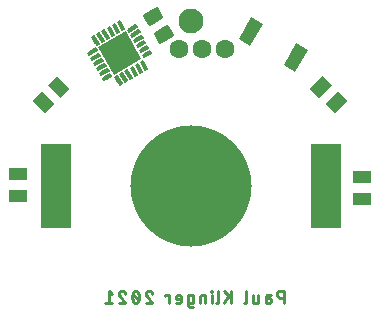
<source format=gbs>
G04 EAGLE Gerber RS-274X export*
G75*
%MOMM*%
%FSLAX34Y34*%
%LPD*%
%INBottom Solder Mask*%
%IPPOS*%
%AMOC8*
5,1,8,0,0,1.08239X$1,22.5*%
G01*
G04 Define Apertures*
%ADD10C,2.101600*%
%ADD11C,0.254000*%
%ADD12R,2.641600X7.101600*%
%ADD13C,10.261600*%
%ADD14R,1.521800X1.132800*%
%ADD15R,1.132800X1.521800*%
%ADD16C,0.166334*%
%ADD17R,2.701600X2.701600*%
%ADD18R,2.101600X1.151600*%
%ADD19C,0.357631*%
%ADD20C,1.601600*%
D10*
X0Y140000D03*
D11*
X78730Y-88570D02*
X78730Y-98730D01*
X78730Y-88570D02*
X75908Y-88570D01*
X75802Y-88572D01*
X75697Y-88578D01*
X75592Y-88588D01*
X75487Y-88602D01*
X75383Y-88619D01*
X75280Y-88641D01*
X75178Y-88666D01*
X75076Y-88695D01*
X74976Y-88728D01*
X74877Y-88765D01*
X74780Y-88805D01*
X74684Y-88849D01*
X74589Y-88897D01*
X74497Y-88948D01*
X74407Y-89003D01*
X74318Y-89060D01*
X74232Y-89121D01*
X74149Y-89186D01*
X74067Y-89253D01*
X73989Y-89323D01*
X73913Y-89397D01*
X73839Y-89473D01*
X73769Y-89551D01*
X73702Y-89633D01*
X73637Y-89716D01*
X73576Y-89802D01*
X73519Y-89891D01*
X73464Y-89981D01*
X73413Y-90073D01*
X73365Y-90168D01*
X73321Y-90264D01*
X73281Y-90361D01*
X73244Y-90460D01*
X73211Y-90560D01*
X73182Y-90662D01*
X73157Y-90764D01*
X73135Y-90867D01*
X73118Y-90971D01*
X73104Y-91076D01*
X73094Y-91181D01*
X73088Y-91286D01*
X73086Y-91392D01*
X73088Y-91498D01*
X73094Y-91603D01*
X73104Y-91708D01*
X73118Y-91813D01*
X73135Y-91917D01*
X73157Y-92020D01*
X73182Y-92122D01*
X73211Y-92224D01*
X73244Y-92324D01*
X73281Y-92423D01*
X73321Y-92520D01*
X73365Y-92616D01*
X73413Y-92711D01*
X73464Y-92803D01*
X73519Y-92893D01*
X73576Y-92982D01*
X73637Y-93068D01*
X73702Y-93151D01*
X73769Y-93233D01*
X73839Y-93311D01*
X73913Y-93387D01*
X73989Y-93461D01*
X74067Y-93531D01*
X74149Y-93598D01*
X74232Y-93663D01*
X74318Y-93724D01*
X74407Y-93781D01*
X74497Y-93836D01*
X74589Y-93887D01*
X74684Y-93935D01*
X74780Y-93979D01*
X74877Y-94019D01*
X74976Y-94056D01*
X75076Y-94089D01*
X75178Y-94118D01*
X75280Y-94143D01*
X75383Y-94165D01*
X75487Y-94182D01*
X75592Y-94196D01*
X75697Y-94206D01*
X75802Y-94212D01*
X75908Y-94214D01*
X78730Y-94214D01*
X66302Y-94779D02*
X63762Y-94779D01*
X66302Y-94778D02*
X66389Y-94780D01*
X66477Y-94786D01*
X66564Y-94795D01*
X66650Y-94809D01*
X66736Y-94826D01*
X66820Y-94847D01*
X66904Y-94872D01*
X66987Y-94901D01*
X67068Y-94933D01*
X67148Y-94968D01*
X67226Y-95007D01*
X67303Y-95050D01*
X67377Y-95096D01*
X67449Y-95145D01*
X67519Y-95197D01*
X67587Y-95253D01*
X67652Y-95311D01*
X67715Y-95372D01*
X67774Y-95436D01*
X67831Y-95503D01*
X67885Y-95571D01*
X67936Y-95643D01*
X67983Y-95716D01*
X68028Y-95791D01*
X68069Y-95869D01*
X68106Y-95948D01*
X68140Y-96028D01*
X68170Y-96110D01*
X68197Y-96193D01*
X68220Y-96278D01*
X68239Y-96363D01*
X68254Y-96449D01*
X68266Y-96536D01*
X68274Y-96623D01*
X68278Y-96710D01*
X68278Y-96798D01*
X68274Y-96885D01*
X68266Y-96972D01*
X68254Y-97059D01*
X68239Y-97145D01*
X68220Y-97230D01*
X68197Y-97315D01*
X68170Y-97398D01*
X68140Y-97480D01*
X68106Y-97560D01*
X68069Y-97639D01*
X68028Y-97717D01*
X67983Y-97792D01*
X67936Y-97865D01*
X67885Y-97937D01*
X67831Y-98005D01*
X67774Y-98072D01*
X67715Y-98136D01*
X67652Y-98197D01*
X67587Y-98255D01*
X67519Y-98311D01*
X67449Y-98363D01*
X67377Y-98412D01*
X67303Y-98458D01*
X67226Y-98501D01*
X67148Y-98540D01*
X67068Y-98575D01*
X66987Y-98607D01*
X66904Y-98636D01*
X66820Y-98661D01*
X66736Y-98682D01*
X66650Y-98699D01*
X66564Y-98713D01*
X66477Y-98722D01*
X66389Y-98728D01*
X66302Y-98730D01*
X63762Y-98730D01*
X63762Y-93650D01*
X63763Y-93650D02*
X63765Y-93569D01*
X63771Y-93489D01*
X63780Y-93409D01*
X63794Y-93330D01*
X63811Y-93251D01*
X63832Y-93173D01*
X63856Y-93096D01*
X63884Y-93021D01*
X63916Y-92947D01*
X63951Y-92874D01*
X63990Y-92804D01*
X64032Y-92735D01*
X64077Y-92668D01*
X64125Y-92603D01*
X64177Y-92541D01*
X64231Y-92482D01*
X64288Y-92425D01*
X64347Y-92371D01*
X64409Y-92319D01*
X64474Y-92271D01*
X64541Y-92226D01*
X64610Y-92184D01*
X64680Y-92145D01*
X64753Y-92110D01*
X64827Y-92078D01*
X64902Y-92050D01*
X64979Y-92026D01*
X65057Y-92005D01*
X65136Y-91988D01*
X65215Y-91974D01*
X65295Y-91965D01*
X65375Y-91959D01*
X65456Y-91957D01*
X67714Y-91957D01*
X57507Y-91957D02*
X57507Y-97037D01*
X57505Y-97118D01*
X57499Y-97198D01*
X57490Y-97278D01*
X57476Y-97357D01*
X57459Y-97436D01*
X57438Y-97514D01*
X57414Y-97591D01*
X57386Y-97666D01*
X57354Y-97740D01*
X57319Y-97813D01*
X57280Y-97883D01*
X57238Y-97952D01*
X57193Y-98019D01*
X57145Y-98084D01*
X57093Y-98146D01*
X57039Y-98205D01*
X56982Y-98262D01*
X56923Y-98316D01*
X56861Y-98368D01*
X56796Y-98416D01*
X56729Y-98461D01*
X56661Y-98503D01*
X56590Y-98542D01*
X56517Y-98577D01*
X56443Y-98609D01*
X56368Y-98637D01*
X56291Y-98661D01*
X56213Y-98682D01*
X56134Y-98699D01*
X56055Y-98713D01*
X55975Y-98722D01*
X55895Y-98728D01*
X55814Y-98730D01*
X52991Y-98730D01*
X52991Y-91957D01*
X47244Y-88570D02*
X47244Y-97037D01*
X47242Y-97118D01*
X47236Y-97198D01*
X47227Y-97278D01*
X47213Y-97357D01*
X47196Y-97436D01*
X47175Y-97514D01*
X47151Y-97591D01*
X47123Y-97666D01*
X47091Y-97740D01*
X47056Y-97813D01*
X47017Y-97883D01*
X46975Y-97952D01*
X46930Y-98019D01*
X46882Y-98084D01*
X46830Y-98146D01*
X46776Y-98205D01*
X46719Y-98262D01*
X46660Y-98316D01*
X46598Y-98368D01*
X46533Y-98416D01*
X46466Y-98461D01*
X46398Y-98503D01*
X46327Y-98542D01*
X46254Y-98577D01*
X46180Y-98609D01*
X46105Y-98637D01*
X46028Y-98661D01*
X45950Y-98682D01*
X45871Y-98699D01*
X45792Y-98713D01*
X45712Y-98722D01*
X45632Y-98728D01*
X45551Y-98730D01*
X34153Y-98730D02*
X34153Y-88570D01*
X28509Y-88570D02*
X34153Y-94779D01*
X31895Y-92521D02*
X28509Y-98730D01*
X23622Y-97037D02*
X23622Y-88570D01*
X23622Y-97037D02*
X23620Y-97118D01*
X23614Y-97198D01*
X23605Y-97278D01*
X23591Y-97357D01*
X23574Y-97436D01*
X23553Y-97514D01*
X23529Y-97591D01*
X23501Y-97666D01*
X23469Y-97740D01*
X23434Y-97813D01*
X23395Y-97883D01*
X23353Y-97952D01*
X23308Y-98019D01*
X23260Y-98084D01*
X23208Y-98146D01*
X23154Y-98205D01*
X23097Y-98262D01*
X23038Y-98316D01*
X22976Y-98368D01*
X22911Y-98416D01*
X22844Y-98461D01*
X22776Y-98503D01*
X22705Y-98542D01*
X22632Y-98577D01*
X22558Y-98609D01*
X22483Y-98637D01*
X22406Y-98661D01*
X22328Y-98682D01*
X22249Y-98699D01*
X22170Y-98713D01*
X22090Y-98722D01*
X22010Y-98728D01*
X21929Y-98730D01*
X17911Y-98730D02*
X17911Y-91957D01*
X18194Y-89134D02*
X18194Y-88570D01*
X17629Y-88570D01*
X17629Y-89134D01*
X18194Y-89134D01*
X12549Y-91957D02*
X12549Y-98730D01*
X12549Y-91957D02*
X9727Y-91957D01*
X9646Y-91959D01*
X9566Y-91965D01*
X9486Y-91974D01*
X9407Y-91988D01*
X9328Y-92005D01*
X9250Y-92026D01*
X9173Y-92050D01*
X9098Y-92078D01*
X9024Y-92110D01*
X8951Y-92145D01*
X8881Y-92184D01*
X8812Y-92226D01*
X8745Y-92271D01*
X8680Y-92319D01*
X8618Y-92371D01*
X8559Y-92425D01*
X8502Y-92482D01*
X8448Y-92541D01*
X8396Y-92603D01*
X8348Y-92668D01*
X8303Y-92735D01*
X8261Y-92804D01*
X8222Y-92874D01*
X8187Y-92947D01*
X8155Y-93021D01*
X8127Y-93096D01*
X8103Y-93173D01*
X8082Y-93251D01*
X8065Y-93330D01*
X8051Y-93409D01*
X8042Y-93489D01*
X8036Y-93569D01*
X8034Y-93650D01*
X8034Y-98730D01*
X672Y-98730D02*
X-2150Y-98730D01*
X672Y-98730D02*
X753Y-98728D01*
X833Y-98722D01*
X913Y-98713D01*
X992Y-98699D01*
X1071Y-98682D01*
X1149Y-98661D01*
X1226Y-98637D01*
X1301Y-98609D01*
X1375Y-98577D01*
X1448Y-98542D01*
X1519Y-98503D01*
X1587Y-98461D01*
X1654Y-98416D01*
X1719Y-98368D01*
X1781Y-98316D01*
X1840Y-98262D01*
X1897Y-98205D01*
X1951Y-98146D01*
X2003Y-98084D01*
X2051Y-98019D01*
X2096Y-97952D01*
X2138Y-97883D01*
X2177Y-97813D01*
X2212Y-97740D01*
X2244Y-97666D01*
X2272Y-97591D01*
X2296Y-97514D01*
X2317Y-97436D01*
X2334Y-97357D01*
X2348Y-97278D01*
X2357Y-97198D01*
X2363Y-97118D01*
X2365Y-97037D01*
X2365Y-93650D01*
X2363Y-93569D01*
X2357Y-93489D01*
X2348Y-93409D01*
X2334Y-93330D01*
X2317Y-93251D01*
X2296Y-93173D01*
X2272Y-93096D01*
X2244Y-93021D01*
X2212Y-92947D01*
X2177Y-92874D01*
X2138Y-92804D01*
X2096Y-92735D01*
X2051Y-92668D01*
X2003Y-92603D01*
X1951Y-92541D01*
X1897Y-92482D01*
X1840Y-92425D01*
X1781Y-92371D01*
X1719Y-92319D01*
X1654Y-92271D01*
X1587Y-92226D01*
X1518Y-92184D01*
X1448Y-92145D01*
X1375Y-92110D01*
X1301Y-92078D01*
X1226Y-92050D01*
X1149Y-92026D01*
X1071Y-92005D01*
X992Y-91988D01*
X913Y-91974D01*
X833Y-91965D01*
X753Y-91959D01*
X672Y-91957D01*
X-2150Y-91957D01*
X-2150Y-100423D01*
X-2148Y-100504D01*
X-2142Y-100584D01*
X-2133Y-100664D01*
X-2119Y-100743D01*
X-2102Y-100822D01*
X-2081Y-100900D01*
X-2057Y-100977D01*
X-2029Y-101052D01*
X-1997Y-101126D01*
X-1962Y-101199D01*
X-1923Y-101270D01*
X-1881Y-101338D01*
X-1836Y-101405D01*
X-1788Y-101470D01*
X-1736Y-101532D01*
X-1682Y-101591D01*
X-1625Y-101648D01*
X-1566Y-101702D01*
X-1504Y-101754D01*
X-1439Y-101802D01*
X-1372Y-101847D01*
X-1304Y-101889D01*
X-1233Y-101928D01*
X-1160Y-101963D01*
X-1086Y-101995D01*
X-1011Y-102023D01*
X-934Y-102047D01*
X-856Y-102068D01*
X-777Y-102085D01*
X-698Y-102099D01*
X-618Y-102108D01*
X-538Y-102114D01*
X-457Y-102116D01*
X-457Y-102117D02*
X1801Y-102117D01*
X-9718Y-98730D02*
X-12540Y-98730D01*
X-9718Y-98730D02*
X-9637Y-98728D01*
X-9557Y-98722D01*
X-9477Y-98713D01*
X-9398Y-98699D01*
X-9319Y-98682D01*
X-9241Y-98661D01*
X-9164Y-98637D01*
X-9089Y-98609D01*
X-9015Y-98577D01*
X-8942Y-98542D01*
X-8871Y-98503D01*
X-8803Y-98461D01*
X-8736Y-98416D01*
X-8671Y-98368D01*
X-8609Y-98316D01*
X-8550Y-98262D01*
X-8493Y-98205D01*
X-8439Y-98146D01*
X-8387Y-98084D01*
X-8339Y-98019D01*
X-8294Y-97952D01*
X-8252Y-97883D01*
X-8213Y-97813D01*
X-8178Y-97740D01*
X-8146Y-97666D01*
X-8118Y-97591D01*
X-8094Y-97514D01*
X-8073Y-97436D01*
X-8056Y-97357D01*
X-8042Y-97278D01*
X-8033Y-97198D01*
X-8027Y-97118D01*
X-8025Y-97037D01*
X-8025Y-94214D01*
X-8027Y-94121D01*
X-8033Y-94028D01*
X-8042Y-93935D01*
X-8056Y-93842D01*
X-8073Y-93751D01*
X-8094Y-93660D01*
X-8119Y-93570D01*
X-8147Y-93481D01*
X-8179Y-93393D01*
X-8215Y-93307D01*
X-8254Y-93222D01*
X-8297Y-93139D01*
X-8343Y-93058D01*
X-8393Y-92979D01*
X-8445Y-92902D01*
X-8501Y-92827D01*
X-8560Y-92755D01*
X-8622Y-92685D01*
X-8686Y-92617D01*
X-8754Y-92553D01*
X-8824Y-92491D01*
X-8896Y-92432D01*
X-8971Y-92376D01*
X-9048Y-92324D01*
X-9127Y-92274D01*
X-9208Y-92228D01*
X-9291Y-92185D01*
X-9376Y-92146D01*
X-9462Y-92110D01*
X-9550Y-92078D01*
X-9639Y-92050D01*
X-9729Y-92025D01*
X-9820Y-92004D01*
X-9911Y-91987D01*
X-10004Y-91973D01*
X-10097Y-91964D01*
X-10190Y-91958D01*
X-10283Y-91956D01*
X-10376Y-91958D01*
X-10469Y-91964D01*
X-10562Y-91973D01*
X-10655Y-91987D01*
X-10746Y-92004D01*
X-10837Y-92025D01*
X-10927Y-92050D01*
X-11016Y-92078D01*
X-11104Y-92110D01*
X-11190Y-92146D01*
X-11275Y-92185D01*
X-11358Y-92228D01*
X-11439Y-92274D01*
X-11518Y-92324D01*
X-11595Y-92376D01*
X-11670Y-92432D01*
X-11742Y-92491D01*
X-11812Y-92553D01*
X-11880Y-92617D01*
X-11944Y-92685D01*
X-12006Y-92755D01*
X-12065Y-92827D01*
X-12121Y-92902D01*
X-12173Y-92979D01*
X-12223Y-93058D01*
X-12269Y-93139D01*
X-12312Y-93222D01*
X-12351Y-93307D01*
X-12387Y-93393D01*
X-12419Y-93481D01*
X-12447Y-93570D01*
X-12472Y-93660D01*
X-12493Y-93751D01*
X-12510Y-93842D01*
X-12524Y-93935D01*
X-12533Y-94028D01*
X-12539Y-94121D01*
X-12541Y-94214D01*
X-12540Y-94214D02*
X-12540Y-95343D01*
X-8025Y-95343D01*
X-18428Y-98730D02*
X-18428Y-91957D01*
X-21815Y-91957D01*
X-21815Y-93086D01*
X-35330Y-88570D02*
X-35430Y-88572D01*
X-35529Y-88578D01*
X-35629Y-88588D01*
X-35727Y-88601D01*
X-35826Y-88619D01*
X-35923Y-88640D01*
X-36019Y-88665D01*
X-36115Y-88694D01*
X-36209Y-88727D01*
X-36302Y-88763D01*
X-36393Y-88803D01*
X-36483Y-88847D01*
X-36571Y-88894D01*
X-36657Y-88944D01*
X-36741Y-88998D01*
X-36823Y-89055D01*
X-36902Y-89115D01*
X-36980Y-89179D01*
X-37054Y-89245D01*
X-37126Y-89314D01*
X-37195Y-89386D01*
X-37261Y-89460D01*
X-37325Y-89538D01*
X-37385Y-89617D01*
X-37442Y-89699D01*
X-37496Y-89783D01*
X-37546Y-89869D01*
X-37593Y-89957D01*
X-37637Y-90047D01*
X-37677Y-90138D01*
X-37713Y-90231D01*
X-37746Y-90325D01*
X-37775Y-90421D01*
X-37800Y-90517D01*
X-37821Y-90614D01*
X-37839Y-90713D01*
X-37852Y-90811D01*
X-37862Y-90911D01*
X-37868Y-91010D01*
X-37870Y-91110D01*
X-35330Y-88570D02*
X-35219Y-88572D01*
X-35108Y-88578D01*
X-34998Y-88587D01*
X-34888Y-88600D01*
X-34778Y-88617D01*
X-34669Y-88638D01*
X-34561Y-88662D01*
X-34454Y-88690D01*
X-34347Y-88721D01*
X-34242Y-88757D01*
X-34138Y-88795D01*
X-34036Y-88838D01*
X-33935Y-88883D01*
X-33835Y-88933D01*
X-33738Y-88985D01*
X-33642Y-89041D01*
X-33548Y-89100D01*
X-33456Y-89162D01*
X-33366Y-89227D01*
X-33279Y-89295D01*
X-33194Y-89367D01*
X-33111Y-89441D01*
X-33031Y-89517D01*
X-32954Y-89597D01*
X-32879Y-89679D01*
X-32807Y-89763D01*
X-32738Y-89850D01*
X-32673Y-89939D01*
X-32610Y-90031D01*
X-32550Y-90124D01*
X-32494Y-90220D01*
X-32440Y-90317D01*
X-32391Y-90416D01*
X-32344Y-90517D01*
X-32301Y-90619D01*
X-32262Y-90723D01*
X-32226Y-90828D01*
X-37023Y-93085D02*
X-37095Y-93015D01*
X-37164Y-92942D01*
X-37230Y-92866D01*
X-37293Y-92788D01*
X-37353Y-92708D01*
X-37410Y-92625D01*
X-37465Y-92541D01*
X-37516Y-92454D01*
X-37564Y-92366D01*
X-37608Y-92276D01*
X-37649Y-92185D01*
X-37687Y-92092D01*
X-37722Y-91997D01*
X-37753Y-91902D01*
X-37780Y-91805D01*
X-37804Y-91708D01*
X-37824Y-91609D01*
X-37840Y-91510D01*
X-37853Y-91411D01*
X-37863Y-91311D01*
X-37868Y-91210D01*
X-37870Y-91110D01*
X-37023Y-93086D02*
X-32225Y-98730D01*
X-37870Y-98730D01*
X-43655Y-93650D02*
X-43657Y-93450D01*
X-43665Y-93250D01*
X-43676Y-93051D01*
X-43693Y-92852D01*
X-43715Y-92653D01*
X-43741Y-92455D01*
X-43772Y-92257D01*
X-43807Y-92061D01*
X-43848Y-91865D01*
X-43892Y-91670D01*
X-43942Y-91476D01*
X-43996Y-91284D01*
X-44055Y-91093D01*
X-44118Y-90903D01*
X-44186Y-90715D01*
X-44258Y-90529D01*
X-44335Y-90344D01*
X-44416Y-90162D01*
X-44502Y-89981D01*
X-44503Y-89981D02*
X-44534Y-89897D01*
X-44568Y-89815D01*
X-44606Y-89734D01*
X-44647Y-89654D01*
X-44692Y-89577D01*
X-44739Y-89502D01*
X-44790Y-89428D01*
X-44845Y-89357D01*
X-44902Y-89289D01*
X-44962Y-89222D01*
X-45025Y-89159D01*
X-45090Y-89098D01*
X-45158Y-89040D01*
X-45228Y-88985D01*
X-45301Y-88933D01*
X-45376Y-88885D01*
X-45453Y-88839D01*
X-45531Y-88797D01*
X-45612Y-88758D01*
X-45694Y-88723D01*
X-45777Y-88691D01*
X-45862Y-88663D01*
X-45948Y-88638D01*
X-46035Y-88618D01*
X-46122Y-88600D01*
X-46211Y-88587D01*
X-46300Y-88578D01*
X-46389Y-88572D01*
X-46478Y-88570D01*
X-46567Y-88572D01*
X-46656Y-88578D01*
X-46745Y-88587D01*
X-46834Y-88600D01*
X-46921Y-88618D01*
X-47008Y-88638D01*
X-47094Y-88663D01*
X-47179Y-88691D01*
X-47262Y-88723D01*
X-47344Y-88758D01*
X-47425Y-88797D01*
X-47503Y-88839D01*
X-47580Y-88885D01*
X-47655Y-88933D01*
X-47728Y-88985D01*
X-47798Y-89040D01*
X-47866Y-89098D01*
X-47932Y-89159D01*
X-47994Y-89223D01*
X-48054Y-89289D01*
X-48111Y-89357D01*
X-48166Y-89428D01*
X-48217Y-89502D01*
X-48264Y-89577D01*
X-48309Y-89654D01*
X-48350Y-89734D01*
X-48388Y-89815D01*
X-48422Y-89897D01*
X-48453Y-89981D01*
X-48452Y-89981D02*
X-48538Y-90162D01*
X-48619Y-90345D01*
X-48696Y-90529D01*
X-48768Y-90716D01*
X-48836Y-90904D01*
X-48899Y-91093D01*
X-48958Y-91284D01*
X-49012Y-91477D01*
X-49062Y-91670D01*
X-49106Y-91865D01*
X-49147Y-92061D01*
X-49182Y-92257D01*
X-49213Y-92455D01*
X-49239Y-92653D01*
X-49261Y-92852D01*
X-49278Y-93051D01*
X-49289Y-93250D01*
X-49297Y-93450D01*
X-49299Y-93650D01*
X-43655Y-93650D02*
X-43657Y-93850D01*
X-43665Y-94050D01*
X-43676Y-94249D01*
X-43693Y-94448D01*
X-43715Y-94647D01*
X-43741Y-94845D01*
X-43772Y-95043D01*
X-43807Y-95239D01*
X-43848Y-95435D01*
X-43892Y-95630D01*
X-43942Y-95824D01*
X-43996Y-96016D01*
X-44055Y-96207D01*
X-44118Y-96397D01*
X-44186Y-96585D01*
X-44258Y-96771D01*
X-44335Y-96956D01*
X-44416Y-97138D01*
X-44502Y-97319D01*
X-44503Y-97319D02*
X-44534Y-97403D01*
X-44568Y-97486D01*
X-44606Y-97566D01*
X-44647Y-97646D01*
X-44692Y-97723D01*
X-44739Y-97798D01*
X-44791Y-97872D01*
X-44845Y-97943D01*
X-44902Y-98011D01*
X-44962Y-98078D01*
X-45025Y-98141D01*
X-45090Y-98202D01*
X-45158Y-98260D01*
X-45228Y-98315D01*
X-45301Y-98367D01*
X-45376Y-98415D01*
X-45453Y-98461D01*
X-45531Y-98503D01*
X-45612Y-98542D01*
X-45694Y-98577D01*
X-45777Y-98609D01*
X-45862Y-98637D01*
X-45948Y-98662D01*
X-46035Y-98682D01*
X-46122Y-98700D01*
X-46211Y-98713D01*
X-46300Y-98722D01*
X-46389Y-98728D01*
X-46478Y-98730D01*
X-48452Y-97319D02*
X-48538Y-97138D01*
X-48619Y-96955D01*
X-48696Y-96771D01*
X-48768Y-96584D01*
X-48836Y-96396D01*
X-48899Y-96207D01*
X-48958Y-96016D01*
X-49012Y-95823D01*
X-49062Y-95630D01*
X-49106Y-95435D01*
X-49147Y-95239D01*
X-49182Y-95043D01*
X-49213Y-94845D01*
X-49239Y-94647D01*
X-49261Y-94448D01*
X-49278Y-94249D01*
X-49289Y-94050D01*
X-49297Y-93850D01*
X-49299Y-93650D01*
X-48453Y-97319D02*
X-48422Y-97403D01*
X-48388Y-97485D01*
X-48350Y-97566D01*
X-48309Y-97646D01*
X-48264Y-97723D01*
X-48217Y-97798D01*
X-48166Y-97872D01*
X-48111Y-97943D01*
X-48054Y-98011D01*
X-47994Y-98078D01*
X-47931Y-98141D01*
X-47866Y-98202D01*
X-47798Y-98260D01*
X-47728Y-98315D01*
X-47655Y-98367D01*
X-47580Y-98415D01*
X-47503Y-98461D01*
X-47425Y-98503D01*
X-47344Y-98542D01*
X-47262Y-98577D01*
X-47179Y-98609D01*
X-47094Y-98637D01*
X-47008Y-98662D01*
X-46921Y-98682D01*
X-46834Y-98700D01*
X-46745Y-98713D01*
X-46656Y-98722D01*
X-46567Y-98728D01*
X-46478Y-98730D01*
X-44220Y-96472D02*
X-48735Y-90828D01*
X-58190Y-88570D02*
X-58290Y-88572D01*
X-58389Y-88578D01*
X-58489Y-88588D01*
X-58587Y-88601D01*
X-58686Y-88619D01*
X-58783Y-88640D01*
X-58879Y-88665D01*
X-58975Y-88694D01*
X-59069Y-88727D01*
X-59162Y-88763D01*
X-59253Y-88803D01*
X-59343Y-88847D01*
X-59431Y-88894D01*
X-59517Y-88944D01*
X-59601Y-88998D01*
X-59683Y-89055D01*
X-59762Y-89115D01*
X-59840Y-89179D01*
X-59914Y-89245D01*
X-59986Y-89314D01*
X-60055Y-89386D01*
X-60121Y-89460D01*
X-60185Y-89538D01*
X-60245Y-89617D01*
X-60302Y-89699D01*
X-60356Y-89783D01*
X-60406Y-89869D01*
X-60453Y-89957D01*
X-60497Y-90047D01*
X-60537Y-90138D01*
X-60573Y-90231D01*
X-60606Y-90325D01*
X-60635Y-90421D01*
X-60660Y-90517D01*
X-60681Y-90614D01*
X-60699Y-90713D01*
X-60712Y-90811D01*
X-60722Y-90911D01*
X-60728Y-91010D01*
X-60730Y-91110D01*
X-58190Y-88570D02*
X-58079Y-88572D01*
X-57968Y-88578D01*
X-57858Y-88587D01*
X-57748Y-88600D01*
X-57638Y-88617D01*
X-57529Y-88638D01*
X-57421Y-88662D01*
X-57314Y-88690D01*
X-57207Y-88721D01*
X-57102Y-88757D01*
X-56998Y-88795D01*
X-56896Y-88838D01*
X-56795Y-88883D01*
X-56695Y-88933D01*
X-56598Y-88985D01*
X-56502Y-89041D01*
X-56408Y-89100D01*
X-56316Y-89162D01*
X-56226Y-89227D01*
X-56139Y-89295D01*
X-56054Y-89367D01*
X-55971Y-89441D01*
X-55891Y-89517D01*
X-55814Y-89597D01*
X-55739Y-89679D01*
X-55667Y-89763D01*
X-55598Y-89850D01*
X-55533Y-89939D01*
X-55470Y-90031D01*
X-55410Y-90124D01*
X-55354Y-90220D01*
X-55300Y-90317D01*
X-55251Y-90416D01*
X-55204Y-90517D01*
X-55161Y-90619D01*
X-55122Y-90723D01*
X-55086Y-90828D01*
X-59883Y-93085D02*
X-59955Y-93015D01*
X-60024Y-92942D01*
X-60090Y-92866D01*
X-60153Y-92788D01*
X-60213Y-92708D01*
X-60270Y-92625D01*
X-60325Y-92541D01*
X-60376Y-92454D01*
X-60424Y-92366D01*
X-60468Y-92276D01*
X-60509Y-92185D01*
X-60547Y-92092D01*
X-60582Y-91997D01*
X-60613Y-91902D01*
X-60640Y-91805D01*
X-60664Y-91708D01*
X-60684Y-91609D01*
X-60700Y-91510D01*
X-60713Y-91411D01*
X-60723Y-91311D01*
X-60728Y-91210D01*
X-60730Y-91110D01*
X-59883Y-93086D02*
X-55085Y-98730D01*
X-60730Y-98730D01*
X-66515Y-90828D02*
X-69338Y-88570D01*
X-69338Y-98730D01*
X-72160Y-98730D02*
X-66515Y-98730D01*
D12*
X114300Y0D03*
X-114300Y0D03*
D13*
X0Y0D03*
D14*
X-146050Y10465D03*
X-146050Y-7925D03*
D15*
G36*
X124687Y80493D02*
X132697Y72483D01*
X121937Y61723D01*
X113927Y69733D01*
X124687Y80493D01*
G37*
G36*
X111683Y93497D02*
X119693Y85487D01*
X108933Y74727D01*
X100923Y82737D01*
X111683Y93497D01*
G37*
D14*
X144780Y7925D03*
X144780Y-10465D03*
D15*
G36*
X-115197Y69733D02*
X-123207Y61723D01*
X-133967Y72483D01*
X-125957Y80493D01*
X-115197Y69733D01*
G37*
G36*
X-102193Y82737D02*
X-110203Y74727D01*
X-120963Y85487D01*
X-112953Y93497D01*
X-102193Y82737D01*
G37*
D16*
X-73377Y89716D02*
X-66922Y93442D01*
X-73377Y89716D02*
X-74354Y91408D01*
X-67899Y95134D01*
X-66922Y93442D01*
X-70640Y91296D02*
X-74289Y91296D01*
X-71811Y92876D02*
X-67903Y92876D01*
X-67508Y94456D02*
X-69074Y94456D01*
X-69422Y97772D02*
X-75877Y94046D01*
X-76854Y95738D01*
X-70399Y99464D01*
X-69422Y97772D01*
X-73140Y95626D02*
X-76789Y95626D01*
X-74311Y97206D02*
X-70403Y97206D01*
X-70008Y98786D02*
X-71574Y98786D01*
X-71922Y102102D02*
X-78377Y98376D01*
X-79354Y100068D01*
X-72899Y103794D01*
X-71922Y102102D01*
X-75640Y99956D02*
X-79289Y99956D01*
X-76811Y101536D02*
X-72903Y101536D01*
X-72508Y103116D02*
X-74074Y103116D01*
X-74422Y106432D02*
X-80877Y102706D01*
X-81854Y104398D01*
X-75399Y108124D01*
X-74422Y106432D01*
X-78140Y104286D02*
X-81789Y104286D01*
X-79311Y105866D02*
X-75403Y105866D01*
X-75008Y107446D02*
X-76574Y107446D01*
X-76922Y110762D02*
X-83377Y107036D01*
X-84354Y108728D01*
X-77899Y112454D01*
X-76922Y110762D01*
X-80640Y108616D02*
X-84289Y108616D01*
X-81811Y110196D02*
X-77903Y110196D01*
X-77508Y111776D02*
X-79074Y111776D01*
X-79422Y115092D02*
X-85877Y111366D01*
X-86854Y113058D01*
X-80399Y116784D01*
X-79422Y115092D01*
X-83140Y112946D02*
X-86789Y112946D01*
X-84311Y114526D02*
X-80403Y114526D01*
X-80008Y116106D02*
X-81574Y116106D01*
X-52102Y130866D02*
X-45647Y134592D01*
X-52102Y130866D02*
X-53079Y132558D01*
X-46624Y136284D01*
X-45647Y134592D01*
X-49365Y132446D02*
X-53014Y132446D01*
X-50536Y134026D02*
X-46628Y134026D01*
X-46233Y135606D02*
X-47799Y135606D01*
X-43147Y130262D02*
X-49602Y126536D01*
X-50579Y128228D01*
X-44124Y131954D01*
X-43147Y130262D01*
X-46865Y128116D02*
X-50514Y128116D01*
X-48036Y129696D02*
X-44128Y129696D01*
X-43733Y131276D02*
X-45299Y131276D01*
X-40647Y125932D02*
X-47102Y122206D01*
X-48079Y123898D01*
X-41624Y127624D01*
X-40647Y125932D01*
X-44365Y123786D02*
X-48014Y123786D01*
X-45536Y125366D02*
X-41628Y125366D01*
X-41233Y126946D02*
X-42799Y126946D01*
X-38147Y121602D02*
X-44602Y117876D01*
X-45579Y119568D01*
X-39124Y123294D01*
X-38147Y121602D01*
X-41865Y119456D02*
X-45514Y119456D01*
X-43036Y121036D02*
X-39128Y121036D01*
X-38733Y122616D02*
X-40299Y122616D01*
X-35647Y117272D02*
X-42102Y113546D01*
X-43079Y115238D01*
X-36624Y118964D01*
X-35647Y117272D01*
X-39365Y115126D02*
X-43014Y115126D01*
X-40536Y116706D02*
X-36628Y116706D01*
X-36233Y118286D02*
X-37799Y118286D01*
X-33147Y112942D02*
X-39602Y109216D01*
X-40579Y110908D01*
X-34124Y114634D01*
X-33147Y112942D01*
X-36865Y110796D02*
X-40514Y110796D01*
X-38036Y112376D02*
X-34128Y112376D01*
X-33733Y113956D02*
X-35299Y113956D01*
X-40442Y106079D02*
X-36716Y99624D01*
X-38408Y98647D01*
X-42134Y105102D01*
X-40442Y106079D01*
X-39320Y100227D02*
X-37064Y100227D01*
X-37976Y101807D02*
X-40232Y101807D01*
X-41144Y103387D02*
X-38888Y103387D01*
X-39800Y104967D02*
X-42056Y104967D01*
X-44772Y103579D02*
X-41046Y97124D01*
X-42738Y96147D01*
X-46464Y102602D01*
X-44772Y103579D01*
X-43650Y97727D02*
X-41394Y97727D01*
X-42306Y99307D02*
X-44562Y99307D01*
X-45474Y100887D02*
X-43218Y100887D01*
X-44130Y102467D02*
X-46386Y102467D01*
X-49102Y101079D02*
X-45376Y94624D01*
X-47068Y93647D01*
X-50794Y100102D01*
X-49102Y101079D01*
X-47980Y95227D02*
X-45724Y95227D01*
X-46636Y96807D02*
X-48892Y96807D01*
X-49804Y98387D02*
X-47548Y98387D01*
X-48460Y99967D02*
X-50716Y99967D01*
X-53432Y98579D02*
X-49706Y92124D01*
X-51398Y91147D01*
X-55124Y97602D01*
X-53432Y98579D01*
X-52310Y92727D02*
X-50054Y92727D01*
X-50966Y94307D02*
X-53222Y94307D01*
X-54134Y95887D02*
X-51878Y95887D01*
X-52790Y97467D02*
X-55046Y97467D01*
X-57762Y96079D02*
X-54036Y89624D01*
X-55728Y88647D01*
X-59454Y95102D01*
X-57762Y96079D01*
X-56640Y90227D02*
X-54384Y90227D01*
X-55296Y91807D02*
X-57552Y91807D01*
X-58464Y93387D02*
X-56208Y93387D01*
X-57120Y94967D02*
X-59376Y94967D01*
X-62092Y93579D02*
X-58366Y87124D01*
X-60058Y86147D01*
X-63784Y92602D01*
X-62092Y93579D01*
X-60970Y87727D02*
X-58714Y87727D01*
X-59626Y89307D02*
X-61882Y89307D01*
X-62794Y90887D02*
X-60538Y90887D01*
X-61450Y92467D02*
X-63706Y92467D01*
X-77866Y120898D02*
X-81592Y127353D01*
X-77866Y120898D02*
X-79558Y119921D01*
X-83284Y126376D01*
X-81592Y127353D01*
X-80470Y121501D02*
X-78214Y121501D01*
X-79126Y123081D02*
X-81382Y123081D01*
X-82294Y124661D02*
X-80038Y124661D01*
X-80950Y126241D02*
X-83206Y126241D01*
X-77262Y129853D02*
X-73536Y123398D01*
X-75228Y122421D01*
X-78954Y128876D01*
X-77262Y129853D01*
X-76140Y124001D02*
X-73884Y124001D01*
X-74796Y125581D02*
X-77052Y125581D01*
X-77964Y127161D02*
X-75708Y127161D01*
X-76620Y128741D02*
X-78876Y128741D01*
X-72932Y132353D02*
X-69206Y125898D01*
X-70898Y124921D01*
X-74624Y131376D01*
X-72932Y132353D01*
X-71810Y126501D02*
X-69554Y126501D01*
X-70466Y128081D02*
X-72722Y128081D01*
X-73634Y129661D02*
X-71378Y129661D01*
X-72290Y131241D02*
X-74546Y131241D01*
X-68602Y134853D02*
X-64876Y128398D01*
X-66568Y127421D01*
X-70294Y133876D01*
X-68602Y134853D01*
X-67480Y129001D02*
X-65224Y129001D01*
X-66136Y130581D02*
X-68392Y130581D01*
X-69304Y132161D02*
X-67048Y132161D01*
X-67960Y133741D02*
X-70216Y133741D01*
X-64272Y137353D02*
X-60546Y130898D01*
X-62238Y129921D01*
X-65964Y136376D01*
X-64272Y137353D01*
X-63150Y131501D02*
X-60894Y131501D01*
X-61806Y133081D02*
X-64062Y133081D01*
X-64974Y134661D02*
X-62718Y134661D01*
X-63630Y136241D02*
X-65886Y136241D01*
X-59942Y139853D02*
X-56216Y133398D01*
X-57908Y132421D01*
X-61634Y138876D01*
X-59942Y139853D01*
X-58820Y134001D02*
X-56564Y134001D01*
X-57476Y135581D02*
X-59732Y135581D01*
X-60644Y137161D02*
X-58388Y137161D01*
X-59300Y138741D02*
X-61556Y138741D01*
D17*
G36*
X-55056Y131452D02*
X-41548Y108056D01*
X-64944Y94548D01*
X-78452Y117944D01*
X-55056Y131452D01*
G37*
D18*
G36*
X40686Y124792D02*
X51193Y142992D01*
X61166Y137234D01*
X50659Y119034D01*
X40686Y124792D01*
G37*
G36*
X78834Y102767D02*
X89341Y120967D01*
X99314Y115209D01*
X88807Y97009D01*
X78834Y102767D01*
G37*
D19*
X-34680Y137755D02*
X-38480Y144336D01*
X-28600Y150041D01*
X-24800Y143460D01*
X-34680Y137755D01*
X-36641Y141152D02*
X-28797Y141152D01*
X-25429Y144549D02*
X-38111Y144549D01*
X-32228Y147946D02*
X-27390Y147946D01*
X-29590Y128938D02*
X-25790Y122357D01*
X-29590Y128938D02*
X-19710Y134643D01*
X-15910Y128062D01*
X-25790Y122357D01*
X-27751Y125754D02*
X-19907Y125754D01*
X-16539Y129151D02*
X-29221Y129151D01*
X-23338Y132548D02*
X-18500Y132548D01*
D20*
X-9935Y116169D03*
X10106Y116341D03*
X28778Y116512D03*
M02*

</source>
